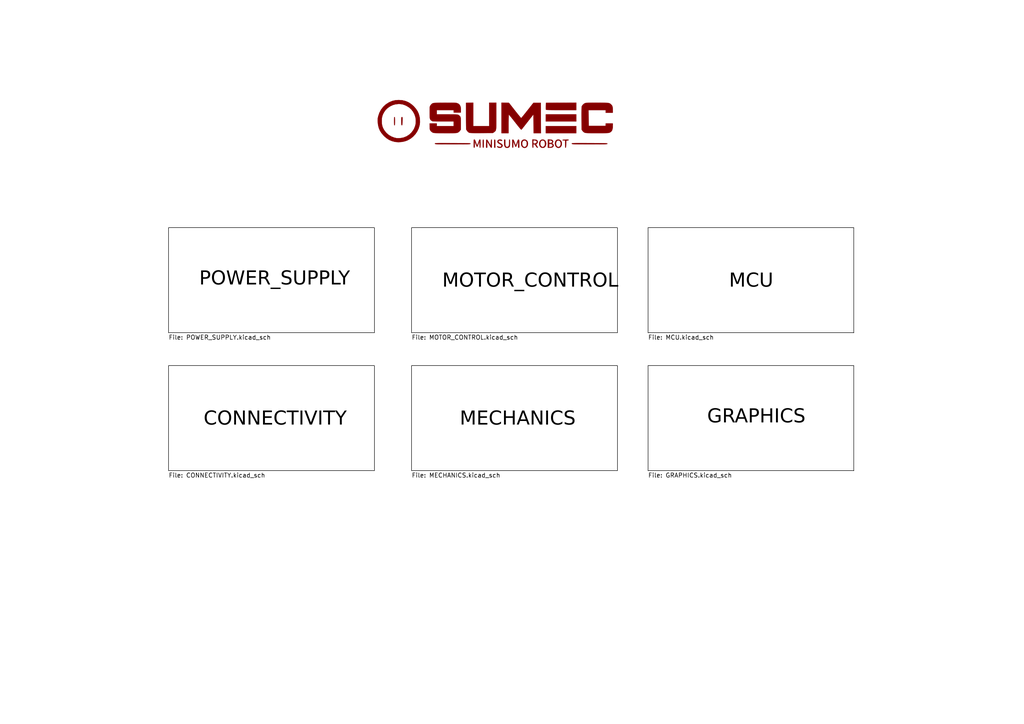
<source format=kicad_sch>
(kicad_sch (version 20231120) (generator "eeschema") (generator_version "8.0")
  (paper "A4")
  (title_block (title "SUMEC_MK_IV") (date "2024-08-05") (rev "v3.0.9") (company "SPS NA PROSEKU") (comment 1 "Made in Prague, Czech Republic") (comment 2 "CONTACT: Savva Popov, savva.popov.sp@gmail.com, +420 605 570 366") (comment 3 "Made by bismarx-v1") (comment 4 "SUMEC MK IV aka SMD-V3 board"))
  (lib_symbols
    (symbol "sumec_sch_lib:LOGO SMALL" (pin_names (offset 1.016))
      (symbol "LOGO SMALL_0_0"
        (polyline (pts (xy 24.892 -0.762) (xy 24.892 0.254) (xy 20.4893 0.254) (xy 16.0867 0.254) (xy 16.0867 -0.762) (xy 16.0867 -1.778) (xy 20.4893 -1.778) (xy 24.892 -1.778) (xy 24.892 -0.762)) (stroke (width 0.01)) (fill (type outline)))
        (polyline (pts (xy 24.892 2.6246) (xy 24.892 3.6406) (xy 20.4893 3.6406) (xy 16.0867 3.6406) (xy 16.0867 2.6246) (xy 16.0867 1.6086) (xy 20.4893 1.6086) (xy 24.892 1.6086) (xy 24.892 2.6246)) (stroke (width 0.01)) (fill (type outline)))
        (polyline (pts (xy 24.892 5.9697) (xy 24.892 7.0288) (xy 20.5105 7.0069) (xy 16.129 6.985) (xy 16.1048 6.0591) (xy 16.0992 5.7489) (xy 16.0997 5.4039) (xy 16.108 5.1483) (xy 16.1233 5.0219) (xy 16.1463 5.0024) (xy 16.2307 4.9799) (xy 16.3875 4.9612) (xy 16.6287 4.9459) (xy 16.9665 4.9339) (xy 17.4131 4.9247) (xy 17.9805 4.9181) (xy 18.6809 4.9138) (xy 19.5263 4.9114) (xy 20.529 4.9106) (xy 24.892 4.9106) (xy 24.892 5.9697)) (stroke (width 0.01)) (fill (type outline)))
        (polyline (pts (xy -27.7929 0.5106) (xy -27.7475 0.5542) (xy -27.7167 0.67) (xy -27.6979 0.8822) (xy -27.6886 1.2153) (xy -27.686 1.6933) (xy -27.6863 1.8811) (xy -27.691 2.3049) (xy -27.7034 2.5923) (xy -27.7261 2.7676) (xy -27.7618 2.8549) (xy -27.813 2.8786) (xy -27.8331 2.876) (xy -27.8785 2.8325) (xy -27.9093 2.7167) (xy -27.9281 2.5044) (xy -27.9375 2.1714) (xy -27.94 1.6933) (xy -27.9397 1.5055) (xy -27.9351 1.0817) (xy -27.9227 0.7943) (xy -27.8999 0.6191) (xy -27.8642 0.5317) (xy -27.813 0.508) (xy -27.7929 0.5106)) (stroke (width 0.01)) (fill (type outline)))
        (polyline (pts (xy -2.0542 -6.0087) (xy -2.0088 -5.9652) (xy -1.978 -5.8494) (xy -1.9593 -5.6371) (xy -1.9499 -5.3041) (xy -1.9473 -4.826) (xy -1.9476 -4.6382) (xy -1.9523 -4.2144) (xy -1.9647 -3.927) (xy -1.9874 -3.7518) (xy -2.0231 -3.6644) (xy -2.0743 -3.6407) (xy -2.0945 -3.6433) (xy -2.1399 -3.6869) (xy -2.1707 -3.8027) (xy -2.1894 -4.0149) (xy -2.1988 -4.348) (xy -2.2013 -4.826) (xy -2.2011 -5.0138) (xy -2.1964 -5.4376) (xy -2.184 -5.725) (xy -2.1613 -5.9003) (xy -2.1256 -5.9876) (xy -2.0743 -6.0114) (xy -2.0542 -6.0087)) (stroke (width 0.01)) (fill (type outline)))
        (polyline (pts (xy -25.6355 0.5376) (xy -25.5867 0.5925) (xy -25.553 0.7115) (xy -25.5303 0.9207) (xy -25.5151 1.2466) (xy -25.5035 1.7155) (xy -25.5016 1.8092) (xy -25.4945 2.2456) (xy -25.4958 2.5436) (xy -25.5088 2.7297) (xy -25.5368 2.83) (xy -25.5833 2.8709) (xy -25.6516 2.8786) (xy -25.6681 2.8784) (xy -25.7311 2.8651) (xy -25.7743 2.8123) (xy -25.8014 2.6941) (xy -25.8161 2.4844) (xy -25.8222 2.1575) (xy -25.8233 1.6871) (xy -25.822 1.2475) (xy -25.8156 0.9099) (xy -25.8009 0.6938) (xy -25.7747 0.574) (xy -25.7338 0.5258) (xy -25.6752 0.524) (xy -25.6355 0.5376)) (stroke (width 0.01)) (fill (type outline)))
        (polyline (pts (xy 1.2862 -6.0112) (xy 1.3504 -5.9995) (xy 1.3934 -5.95) (xy 1.4186 -5.8364) (xy 1.4292 -5.6325) (xy 1.4288 -5.3118) (xy 1.4205 -4.8482) (xy 1.4135 -4.5376) (xy 1.4001 -4.161) (xy 1.3807 -3.9109) (xy 1.3515 -3.7611) (xy 1.3088 -3.6851) (xy 1.2488 -3.6567) (xy 1.1941 -3.657) (xy 1.152 -3.7006) (xy 1.1248 -3.8138) (xy 1.1092 -4.0214) (xy 1.1023 -4.3484) (xy 1.1007 -4.8198) (xy 1.1007 -4.9338) (xy 1.1026 -5.3713) (xy 1.1102 -5.671) (xy 1.1273 -5.8588) (xy 1.1575 -5.9609) (xy 1.2046 -6.0031) (xy 1.2724 -6.0114) (xy 1.2862 -6.0112)) (stroke (width 0.01)) (fill (type outline)))
        (polyline (pts (xy 21.8443 -5.9928) (xy 21.8856 -5.9052) (xy 21.9141 -5.7228) (xy 21.9335 -5.4207) (xy 21.9472 -4.9742) (xy 21.971 -3.937) (xy 22.3308 -3.911) (xy 22.406 -3.9042) (xy 22.622 -3.8529) (xy 22.6907 -3.7599) (xy 22.6849 -3.7291) (xy 22.627 -3.6834) (xy 22.4837 -3.6587) (xy 22.2272 -3.6516) (xy 21.8297 -3.6589) (xy 21.6455 -3.6652) (xy 21.2574 -3.6915) (xy 21.0236 -3.7322) (xy 20.9336 -3.7889) (xy 20.9336 -3.8261) (xy 21.0346 -3.8783) (xy 21.2866 -3.8947) (xy 21.6747 -3.8947) (xy 21.6747 -4.953) (xy 21.6774 -5.3831) (xy 21.6883 -5.6956) (xy 21.7103 -5.8877) (xy 21.7462 -5.9846) (xy 21.799 -6.0114) (xy 21.8443 -5.9928)) (stroke (width 0.01)) (fill (type outline)))
        (polyline (pts (xy 19.8508 -6.0679) (xy 20.1137 -5.9722) (xy 20.3718 -5.7941) (xy 20.5837 -5.4864) (xy 20.7055 -5.1041) (xy 20.7242 -4.6901) (xy 20.6266 -4.2872) (xy 20.552 -4.139) (xy 20.3035 -3.853) (xy 19.9923 -3.6832) (xy 19.6539 -3.6311) (xy 19.3236 -3.6987) (xy 19.037 -3.8875) (xy 18.8294 -4.1994) (xy 18.7352 -4.5194) (xy 18.7256 -4.743) (xy 19.0121 -4.743) (xy 19.0863 -4.3678) (xy 19.2707 -4.054) (xy 19.3739 -3.9731) (xy 19.6333 -3.8992) (xy 19.9156 -3.929) (xy 20.1485 -4.0619) (xy 20.3091 -4.3084) (xy 20.3982 -4.6603) (xy 20.3942 -5.0389) (xy 20.2983 -5.3873) (xy 20.1119 -5.6487) (xy 19.8603 -5.8086) (xy 19.6216 -5.8165) (xy 19.3598 -5.6681) (xy 19.1823 -5.4671) (xy 19.045 -5.1269) (xy 19.0121 -4.743) (xy 18.7256 -4.743) (xy 18.7164 -4.9587) (xy 18.8121 -5.3699) (xy 19.0116 -5.7129) (xy 19.304 -5.9477) (xy 19.4409 -6.0133) (xy 19.6544 -6.0824) (xy 19.8508 -6.0679)) (stroke (width 0.01)) (fill (type outline)))
        (polyline (pts (xy 10.0236 -6.0697) (xy 10.2841 -5.9757) (xy 10.4231 -5.8989) (xy 10.6719 -5.6361) (xy 10.8344 -5.2757) (xy 10.8961 -4.8577) (xy 10.8426 -4.4223) (xy 10.7056 -4.1081) (xy 10.46 -3.8397) (xy 10.154 -3.6793) (xy 9.8217 -3.6309) (xy 9.4972 -3.6986) (xy 9.2146 -3.8868) (xy 9.008 -4.1994) (xy 8.9138 -4.5194) (xy 8.9048 -4.7307) (xy 9.1835 -4.7307) (xy 9.2399 -4.4159) (xy 9.3724 -4.149) (xy 9.5821 -3.9639) (xy 9.8698 -3.8947) (xy 9.9512 -3.8983) (xy 10.2539 -3.9997) (xy 10.4597 -4.2332) (xy 10.5635 -4.59) (xy 10.5598 -5.0611) (xy 10.5507 -5.1307) (xy 10.4634 -5.4329) (xy 10.2906 -5.6487) (xy 10.2744 -5.6623) (xy 10.0812 -5.7879) (xy 9.9224 -5.8363) (xy 9.7018 -5.7896) (xy 9.4625 -5.6229) (xy 9.2958 -5.3682) (xy 9.2025 -5.0595) (xy 9.1835 -4.7307) (xy 8.9048 -4.7307) (xy 8.895 -4.9587) (xy 8.9908 -5.3699) (xy 9.1903 -5.7129) (xy 9.4827 -5.9477) (xy 9.609 -6.0085) (xy 9.8269 -6.0816) (xy 10.0236 -6.0697)) (stroke (width 0.01)) (fill (type outline)))
        (polyline (pts (xy 15.3672 -6.0448) (xy 15.6848 -5.9029) (xy 15.9399 -5.6405) (xy 16.1097 -5.2753) (xy 16.1713 -4.8254) (xy 16.1649 -4.6815) (xy 16.0608 -4.2609) (xy 15.8446 -3.9318) (xy 15.5362 -3.7173) (xy 15.1553 -3.6407) (xy 14.8789 -3.6747) (xy 14.5453 -3.8468) (xy 14.3019 -4.162) (xy 14.1744 -4.5244) (xy 14.1534 -4.8439) (xy 14.478 -4.8439) (xy 14.5112 -4.4454) (xy 14.6306 -4.1334) (xy 14.8431 -3.9528) (xy 15.1553 -3.8947) (xy 15.4397 -3.9412) (xy 15.6623 -4.1085) (xy 15.7912 -4.4064) (xy 15.8327 -4.8439) (xy 15.83 -5.0254) (xy 15.8026 -5.2619) (xy 15.7282 -5.43) (xy 15.5852 -5.5945) (xy 15.5347 -5.6416) (xy 15.3294 -5.7845) (xy 15.1553 -5.842) (xy 15.1161 -5.8375) (xy 14.926 -5.7527) (xy 14.7255 -5.5945) (xy 14.6375 -5.5011) (xy 14.5346 -5.3427) (xy 14.4886 -5.1453) (xy 14.478 -4.8439) (xy 14.1534 -4.8439) (xy 14.146 -4.9567) (xy 14.2359 -5.3653) (xy 14.4344 -5.7101) (xy 14.732 -5.9512) (xy 15.0097 -6.0485) (xy 15.3672 -6.0448)) (stroke (width 0.01)) (fill (type outline)))
        (polyline (pts (xy -3.4592 -1.759) (xy -2.5757 -1.755) (xy 0.733 -1.7357) (xy 1.0511 -1.493) (xy 1.1577 -1.4127) (xy 1.2861 -1.3125) (xy 1.3922 -1.2129) (xy 1.4781 -1.0982) (xy 1.5458 -0.9532) (xy 1.5977 -0.7623) (xy 1.6357 -0.5102) (xy 1.662 -0.1814) (xy 1.6788 0.2396) (xy 1.6881 0.7682) (xy 1.6922 1.4198) (xy 1.6931 2.2099) (xy 1.693 3.1538) (xy 1.6933 7.0273) (xy 0.6773 7.0273) (xy -0.3387 7.0273) (xy -0.3387 3.6406) (xy -0.3387 0.254) (xy -2.667 0.254) (xy -4.9953 0.254) (xy -4.9953 3.6433) (xy -4.9953 7.0325) (xy -6.0325 7.0088) (xy -7.0697 6.985) (xy -7.0697 3.2596) (xy -7.0691 2.7413) (xy -7.0658 1.983) (xy -7.0601 1.2829) (xy -7.0522 0.6595) (xy -7.0425 0.1312) (xy -7.0311 -0.2833) (xy -7.0185 -0.5655) (xy -7.005 -0.697) (xy -6.892 -0.936) (xy -6.6718 -1.228) (xy -6.4035 -1.4895) (xy -6.1399 -1.6615) (xy -6.1326 -1.6646) (xy -6.0245 -1.6939) (xy -5.8495 -1.7173) (xy -5.5931 -1.7351) (xy -5.2404 -1.7478) (xy -4.777 -1.7558) (xy -4.1881 -1.7594) (xy -3.4592 -1.759)) (stroke (width 0.01)) (fill (type outline)))
        (polyline (pts (xy 3.0887 -5.9946) (xy 3.3655 -5.7978) (xy 3.4325 -5.7126) (xy 3.5456 -5.4386) (xy 3.4903 -5.1782) (xy 3.2666 -4.9311) (xy 2.8741 -4.6969) (xy 2.8571 -4.6887) (xy 2.5415 -4.5189) (xy 2.3689 -4.372) (xy 2.3207 -4.2237) (xy 2.3783 -4.0497) (xy 2.424 -3.981) (xy 2.5525 -3.9105) (xy 2.7802 -3.9151) (xy 2.8061 -3.9184) (xy 3.0552 -3.963) (xy 3.2385 -4.017) (xy 3.3439 -4.0391) (xy 3.3867 -3.9491) (xy 3.3625 -3.8549) (xy 3.2188 -3.727) (xy 2.9863 -3.655) (xy 2.7122 -3.6439) (xy 2.4437 -3.6988) (xy 2.2279 -3.8248) (xy 2.1552 -3.9022) (xy 2.0283 -4.1638) (xy 2.0577 -4.4278) (xy 2.2361 -4.6708) (xy 2.556 -4.8691) (xy 2.7211 -4.9443) (xy 3.0124 -5.1142) (xy 3.17 -5.2843) (xy 3.2173 -5.4762) (xy 3.1785 -5.6212) (xy 3.019 -5.7602) (xy 2.7771 -5.8118) (xy 2.4977 -5.7584) (xy 2.2242 -5.6553) (xy 2.0492 -5.6077) (xy 1.9675 -5.6225) (xy 1.9473 -5.6961) (xy 1.9548 -5.7269) (xy 2.065 -5.8455) (xy 2.2648 -5.9596) (xy 2.3458 -5.9912) (xy 2.7359 -6.0609) (xy 3.0887 -5.9946)) (stroke (width 0.01)) (fill (type outline)))
        (polyline (pts (xy -1.0433 -6.0094) (xy -0.9819 -5.9852) (xy -0.9461 -5.9091) (xy -0.931 -5.7518) (xy -0.9321 -5.4841) (xy -0.9446 -5.0765) (xy -0.9465 -5.0228) (xy -0.9584 -4.6495) (xy -0.9557 -4.4058) (xy -0.9269 -4.2943) (xy -0.86 -4.318) (xy -0.7433 -4.4796) (xy -0.5652 -4.7821) (xy -0.3137 -5.2282) (xy -0.2733 -5.2994) (xy -0.0315 -5.6947) (xy 0.1514 -5.9321) (xy 0.2752 -6.0113) (xy 0.3255 -6.002) (xy 0.3692 -5.9517) (xy 0.3977 -5.8346) (xy 0.4141 -5.625) (xy 0.4215 -5.2974) (xy 0.4233 -4.826) (xy 0.4231 -4.6774) (xy 0.4188 -4.2404) (xy 0.4067 -3.9422) (xy 0.3844 -3.7587) (xy 0.3494 -3.6662) (xy 0.2991 -3.6407) (xy 0.2672 -3.6485) (xy 0.2198 -3.7172) (xy 0.1874 -3.8781) (xy 0.1658 -4.157) (xy 0.1509 -4.5794) (xy 0.127 -5.5182) (xy -0.4107 -4.5748) (xy -0.5047 -4.411) (xy -0.7482 -4.0054) (xy -0.9305 -3.7508) (xy -1.0608 -3.6501) (xy -1.1487 -3.7065) (xy -1.2034 -3.9229) (xy -1.2345 -4.3025) (xy -1.2512 -4.8482) (xy -1.2542 -4.9974) (xy -1.2608 -5.417) (xy -1.2589 -5.7012) (xy -1.2447 -5.8764) (xy -1.2149 -5.969) (xy -1.1657 -6.0051) (xy -1.0937 -6.0114) (xy -1.0433 -6.0094)) (stroke (width 0.01)) (fill (type outline)))
        (polyline (pts (xy 5.2164 -5.9881) (xy 5.4822 -5.7978) (xy 5.5062 -5.7695) (xy 5.5816 -5.6591) (xy 5.6301 -5.5241) (xy 5.6576 -5.3283) (xy 5.6699 -5.0355) (xy 5.6727 -4.6096) (xy 5.6707 -4.2692) (xy 5.6606 -3.9546) (xy 5.6387 -3.7626) (xy 5.6015 -3.6668) (xy 5.5457 -3.6407) (xy 5.5116 -3.648) (xy 5.4651 -3.7111) (xy 5.4367 -3.8615) (xy 5.4225 -4.1266) (xy 5.4187 -4.5335) (xy 5.4185 -4.6573) (xy 5.4141 -5.0203) (xy 5.3977 -5.2623) (xy 5.3619 -5.4213) (xy 5.2994 -5.5353) (xy 5.2027 -5.6423) (xy 5.1425 -5.6994) (xy 4.9584 -5.8096) (xy 4.7582 -5.8032) (xy 4.6729 -5.7794) (xy 4.5183 -5.7017) (xy 4.4156 -5.5689) (xy 4.3547 -5.3527) (xy 4.3255 -5.0245) (xy 4.318 -4.5558) (xy 4.3178 -4.4046) (xy 4.3139 -4.0509) (xy 4.3004 -3.8271) (xy 4.2721 -3.7039) (xy 4.2233 -3.6516) (xy 4.1487 -3.6407) (xy 4.1463 -3.6407) (xy 4.0692 -3.6533) (xy 4.0203 -3.7111) (xy 3.9933 -3.8452) (xy 3.9818 -4.0866) (xy 3.9794 -4.4662) (xy 3.9817 -4.6601) (xy 4.0206 -5.1746) (xy 4.113 -5.5538) (xy 4.2663 -5.8191) (xy 4.4873 -5.9919) (xy 4.5581 -6.0232) (xy 4.8847 -6.0678) (xy 5.2164 -5.9881)) (stroke (width 0.01)) (fill (type outline)))
        (polyline (pts (xy 17.5898 -5.996) (xy 17.9282 -5.9259) (xy 18.1537 -5.7888) (xy 18.2941 -5.5732) (xy 18.3087 -5.5347) (xy 18.3372 -5.2476) (xy 18.238 -4.9988) (xy 18.0298 -4.841) (xy 17.855 -4.7764) (xy 18.0291 -4.6187) (xy 18.0573 -4.5911) (xy 18.184 -4.3494) (xy 18.1742 -4.0801) (xy 18.0278 -3.8467) (xy 17.9086 -3.7691) (xy 17.6536 -3.695) (xy 17.2658 -3.6547) (xy 16.6793 -3.6216) (xy 16.6793 -4.6567) (xy 17.018 -4.6567) (xy 17.018 -4.2757) (xy 17.018 -3.8947) (xy 17.3506 -3.8947) (xy 17.4797 -3.9023) (xy 17.7475 -3.9835) (xy 17.9061 -4.132) (xy 17.9356 -4.321) (xy 17.8163 -4.5236) (xy 17.8031 -4.5356) (xy 17.6126 -4.6223) (xy 17.3506 -4.6567) (xy 17.018 -4.6567) (xy 16.6793 -4.6567) (xy 16.6793 -4.8165) (xy 16.6793 -5.865) (xy 17.018 -5.865) (xy 17.018 -5.3879) (xy 17.018 -4.9107) (xy 17.3622 -4.9107) (xy 17.4727 -4.9132) (xy 17.7933 -4.9689) (xy 17.976 -5.104) (xy 18.034 -5.3266) (xy 18.0043 -5.5124) (xy 17.9196 -5.6622) (xy 17.8719 -5.6909) (xy 17.6729 -5.7591) (xy 17.4116 -5.8111) (xy 17.018 -5.865) (xy 16.6793 -5.865) (xy 16.6793 -6.0114) (xy 17.2257 -6.0114) (xy 17.5898 -5.996)) (stroke (width 0.01)) (fill (type outline)))
        (polyline (pts (xy -10.1002 -4.9952) (xy -9.154 -4.9946) (xy -8.3555 -4.9929) (xy -7.6924 -4.99) (xy -7.1521 -4.9855) (xy -6.7225 -4.979) (xy -6.3911 -4.97) (xy -6.1456 -4.9584) (xy -5.9736 -4.9437) (xy -5.8627 -4.9256) (xy -5.8007 -4.9037) (xy -5.775 -4.8777) (xy -5.7735 -4.8472) (xy -5.7801 -4.8276) (xy -5.8074 -4.7997) (xy -5.8662 -4.776) (xy -5.9691 -4.756) (xy -6.1286 -4.7394) (xy -6.3571 -4.7257) (xy -6.6673 -4.7145) (xy -7.0717 -4.7055) (xy -7.5827 -4.6981) (xy -8.213 -4.692) (xy -8.975 -4.6867) (xy -9.8813 -4.6819) (xy -10.9443 -4.6772) (xy -11.3733 -4.6754) (xy -12.3716 -4.6714) (xy -13.2179 -4.6686) (xy -13.9249 -4.6675) (xy -14.5049 -4.6684) (xy -14.9707 -4.6716) (xy -15.3347 -4.6775) (xy -15.6095 -4.6865) (xy -15.8075 -4.699) (xy -15.9415 -4.7152) (xy -16.0238 -4.7356) (xy -16.0671 -4.7605) (xy -16.0839 -4.7903) (xy -16.0867 -4.8254) (xy -16.0864 -4.8402) (xy -16.0793 -4.873) (xy -16.0529 -4.9008) (xy -15.9948 -4.9241) (xy -15.8924 -4.9432) (xy -15.7332 -4.9585) (xy -15.5048 -4.9705) (xy -15.1947 -4.9796) (xy -14.7902 -4.9861) (xy -14.2789 -4.9905) (xy -13.6484 -4.9933) (xy -12.886 -4.9947) (xy -11.9793 -4.9953) (xy -10.9158 -4.9954) (xy -10.1002 -4.9952)) (stroke (width 0.01)) (fill (type outline)))
        (polyline (pts (xy 29.6084 -4.9952) (xy 30.5546 -4.9946) (xy 31.3531 -4.9929) (xy 32.0163 -4.99) (xy 32.5565 -4.9855) (xy 32.9862 -4.979) (xy 33.3175 -4.97) (xy 33.5631 -4.9584) (xy 33.7351 -4.9437) (xy 33.8459 -4.9256) (xy 33.908 -4.9037) (xy 33.9336 -4.8777) (xy 33.9352 -4.8472) (xy 33.9286 -4.8276) (xy 33.9013 -4.7997) (xy 33.8424 -4.776) (xy 33.7395 -4.756) (xy 33.5801 -4.7394) (xy 33.3515 -4.7257) (xy 33.0413 -4.7145) (xy 32.637 -4.7055) (xy 32.1259 -4.6981) (xy 31.4957 -4.692) (xy 30.7337 -4.6867) (xy 29.8274 -4.6819) (xy 28.7643 -4.6772) (xy 28.3353 -4.6754) (xy 27.3371 -4.6714) (xy 26.4907 -4.6686) (xy 25.7838 -4.6675) (xy 25.2037 -4.6684) (xy 24.738 -4.6716) (xy 24.374 -4.6775) (xy 24.0992 -4.6865) (xy 23.9011 -4.699) (xy 23.7672 -4.7152) (xy 23.6848 -4.7356) (xy 23.6416 -4.7605) (xy 23.6248 -4.7903) (xy 23.622 -4.8254) (xy 23.6223 -4.8402) (xy 23.6294 -4.873) (xy 23.6558 -4.9008) (xy 23.7139 -4.9241) (xy 23.8163 -4.9432) (xy 23.9754 -4.9585) (xy 24.2038 -4.9705) (xy 24.514 -4.9796) (xy 24.9185 -4.9861) (xy 25.4297 -4.9905) (xy 26.0603 -4.9933) (xy 26.8227 -4.9947) (xy 27.7293 -4.9953) (xy 28.7929 -4.9954) (xy 29.6084 -4.9952)) (stroke (width 0.01)) (fill (type outline)))
        (polyline (pts (xy 13.637 -6.0113) (xy 13.713 -5.9958) (xy 13.7222 -5.9302) (xy 13.6565 -5.7834) (xy 13.508 -5.5245) (xy 13.2197 -5.0377) (xy 13.4678 -4.841) (xy 13.5417 -4.7783) (xy 13.6797 -4.5859) (xy 13.716 -4.325) (xy 13.7135 -4.2416) (xy 13.6511 -3.983) (xy 13.489 -3.8093) (xy 13.2053 -3.7051) (xy 12.7784 -3.6547) (xy 12.192 -3.6216) (xy 12.192 -3.8947) (xy 12.446 -3.8947) (xy 12.8209 -3.8947) (xy 13.0472 -3.9175) (xy 13.305 -4.0252) (xy 13.4491 -4.1928) (xy 13.469 -4.3883) (xy 13.3544 -4.5801) (xy 13.0949 -4.7361) (xy 12.924 -4.7904) (xy 12.6639 -4.8228) (xy 12.5024 -4.7696) (xy 12.4842 -4.7294) (xy 12.4568 -4.5547) (xy 12.446 -4.3039) (xy 12.446 -3.8947) (xy 12.192 -3.8947) (xy 12.192 -4.8165) (xy 12.1923 -5.0173) (xy 12.1971 -5.4396) (xy 12.2096 -5.726) (xy 12.2323 -5.9007) (xy 12.2679 -5.9877) (xy 12.319 -6.0114) (xy 12.3363 -6.0101) (xy 12.4025 -5.9547) (xy 12.4364 -5.7945) (xy 12.446 -5.4977) (xy 12.446 -5.4227) (xy 12.4519 -5.172) (xy 12.4802 -5.0449) (xy 12.5483 -5.0037) (xy 12.6739 -5.0109) (xy 12.6986 -5.0145) (xy 12.8507 -5.0798) (xy 13.0026 -5.2393) (xy 13.1857 -5.5245) (xy 13.2886 -5.6912) (xy 13.4805 -5.9317) (xy 13.6329 -6.0114) (xy 13.637 -6.0113)) (stroke (width 0.01)) (fill (type outline)))
        (polyline (pts (xy 5.2493 0.9313) (xy 5.25 1.3141) (xy 5.2545 1.9415) (xy 5.2627 2.4997) (xy 5.274 2.9688) (xy 5.2879 3.3287) (xy 5.3038 3.5593) (xy 5.3213 3.6407) (xy 5.3616 3.6053) (xy 5.4975 3.4522) (xy 5.7152 3.1921) (xy 6.0023 2.8404) (xy 6.3461 2.4127) (xy 6.7341 1.9244) (xy 7.1536 1.3908) (xy 7.5921 0.8322) (xy 8.0003 0.3181) (xy 8.3244 -0.0816) (xy 8.5739 -0.3779) (xy 8.7583 -0.5816) (xy 8.8872 -0.7037) (xy 8.9702 -0.7552) (xy 9.0167 -0.747) (xy 9.0475 -0.7103) (xy 9.1761 -0.5502) (xy 9.388 -0.2829) (xy 9.6701 0.0748) (xy 10.0089 0.506) (xy 10.3913 0.9939) (xy 10.8039 1.5216) (xy 12.4883 3.6783) (xy 12.5107 0.9501) (xy 12.533 -1.778) (xy 13.5909 -1.778) (xy 14.6488 -1.778) (xy 14.6269 2.6035) (xy 14.605 6.985) (xy 13.538 6.985) (xy 12.4709 6.985) (xy 10.744 4.7893) (xy 10.468 4.4395) (xy 10.07 3.9391) (xy 9.7116 3.4932) (xy 9.4058 3.1175) (xy 9.1653 2.828) (xy 9.0032 2.6404) (xy 8.9323 2.5706) (xy 8.8935 2.5981) (xy 8.7585 2.7409) (xy 8.5416 2.9916) (xy 8.2554 3.3348) (xy 7.9128 3.7552) (xy 7.5266 4.2375) (xy 7.1094 4.7662) (xy 5.3711 6.985) (xy 4.2942 7.0087) (xy 3.2173 7.0324) (xy 3.2173 2.6272) (xy 3.2173 -1.778) (xy 4.2333 -1.778) (xy 5.2493 -1.778) (xy 5.2493 0.9313)) (stroke (width 0.01)) (fill (type outline)))
        (polyline (pts (xy -2.9873 -6.0096) (xy -2.9415 -5.9679) (xy -2.9103 -5.8527) (xy -2.8911 -5.6399) (xy -2.8814 -5.3056) (xy -2.8787 -4.826) (xy -2.8787 -4.8031) (xy -2.8803 -4.3399) (xy -2.8873 -4.0191) (xy -2.9032 -3.8147) (xy -2.9315 -3.7007) (xy -2.9757 -3.6514) (xy -3.0394 -3.6407) (xy -3.0993 -3.6543) (xy -3.1959 -3.7481) (xy -3.3025 -3.9535) (xy -3.4351 -4.2969) (xy -3.4607 -4.3685) (xy -3.58 -4.7017) (xy -3.6816 -4.9854) (xy -3.7459 -5.1647) (xy -3.7883 -5.2642) (xy -3.8337 -5.2998) (xy -3.8903 -5.2463) (xy -3.9693 -5.0858) (xy -4.0815 -4.8008) (xy -4.2382 -4.3735) (xy -4.3634 -4.0445) (xy -4.4759 -3.8031) (xy -4.5714 -3.677) (xy -4.6647 -3.6407) (xy -4.6685 -3.6407) (xy -4.7313 -3.6526) (xy -4.7748 -3.7042) (xy -4.8025 -3.8214) (xy -4.8179 -4.0301) (xy -4.8246 -4.3564) (xy -4.826 -4.826) (xy -4.8257 -5.0138) (xy -4.8211 -5.4376) (xy -4.8087 -5.725) (xy -4.7859 -5.9003) (xy -4.7502 -5.9876) (xy -4.699 -6.0114) (xy -4.6572 -5.9988) (xy -4.6143 -5.9249) (xy -4.5874 -5.7613) (xy -4.5729 -5.4815) (xy -4.5672 -5.0589) (xy -4.5624 -4.1064) (xy -4.261 -4.9319) (xy -4.1633 -5.1861) (xy -4.0347 -5.4811) (xy -3.9278 -5.6827) (xy -3.8588 -5.7574) (xy -3.8148 -5.7191) (xy -3.7186 -5.5508) (xy -3.5971 -5.2793) (xy -3.4666 -4.9383) (xy -3.175 -4.1193) (xy -3.1511 -5.0653) (xy -3.1436 -5.315) (xy -3.1258 -5.6581) (xy -3.099 -5.8715) (xy -3.0594 -5.9806) (xy -3.0029 -6.0114) (xy -2.9873 -6.0096)) (stroke (width 0.01)) (fill (type outline)))
        (polyline (pts (xy 8.2291 -6.0111) (xy 8.2942 -5.9989) (xy 8.3374 -5.9491) (xy 8.3624 -5.8353) (xy 8.3726 -5.6313) (xy 8.3716 -5.3107) (xy 8.3632 -4.8472) (xy 8.3628 -4.8263) (xy 8.3519 -4.3673) (xy 8.3382 -4.0498) (xy 8.3174 -3.847) (xy 8.2849 -3.732) (xy 8.2363 -3.6781) (xy 8.1673 -3.6583) (xy 8.101 -3.6608) (xy 8.0229 -3.7158) (xy 7.9402 -3.8538) (xy 7.8381 -4.101) (xy 7.7017 -4.4838) (xy 7.604 -4.7598) (xy 7.4921 -5.0568) (xy 7.4073 -5.2592) (xy 7.3629 -5.334) (xy 7.334 -5.2931) (xy 7.256 -5.1226) (xy 7.1462 -4.8499) (xy 7.0183 -4.5085) (xy 6.9653 -4.364) (xy 6.8314 -4.0249) (xy 6.7253 -3.8119) (xy 6.6315 -3.698) (xy 6.5345 -3.656) (xy 6.5015 -3.6516) (xy 6.4384 -3.6564) (xy 6.3958 -3.7032) (xy 6.3697 -3.8175) (xy 6.3561 -4.0248) (xy 6.3508 -4.3505) (xy 6.35 -4.8201) (xy 6.3503 -5.016) (xy 6.355 -5.4389) (xy 6.3675 -5.7256) (xy 6.3902 -5.9005) (xy 6.4259 -5.9877) (xy 6.477 -6.0114) (xy 6.5241 -5.9941) (xy 6.5644 -5.9124) (xy 6.5896 -5.7396) (xy 6.6031 -5.4497) (xy 6.6084 -5.0165) (xy 6.6128 -4.0217) (xy 6.9084 -4.8255) (xy 6.9946 -5.0539) (xy 7.1214 -5.3693) (xy 7.2248 -5.6021) (xy 7.2885 -5.7138) (xy 7.3117 -5.7339) (xy 7.3718 -5.7458) (xy 7.4382 -5.68) (xy 7.5225 -5.5157) (xy 7.6363 -5.2321) (xy 7.791 -4.8084) (xy 7.8572 -4.6252) (xy 7.9642 -4.3368) (xy 8.0419 -4.138) (xy 8.0769 -4.064) (xy 8.0815 -4.1344) (xy 8.08 -4.3423) (xy 8.0724 -4.6545) (xy 8.0593 -5.0377) (xy 8.0474 -5.3627) (xy 8.0408 -5.6729) (xy 8.049 -5.8641) (xy 8.0761 -5.9651) (xy 8.1265 -6.0046) (xy 8.2044 -6.0114) (xy 8.2291 -6.0111)) (stroke (width 0.01)) (fill (type outline)))
        (polyline (pts (xy 31.6452 -1.774) (xy 32.3625 -1.7722) (xy 32.9419 -1.7683) (xy 33.4006 -1.7615) (xy 33.7559 -1.7511) (xy 34.025 -1.7363) (xy 34.2254 -1.7165) (xy 34.3742 -1.6907) (xy 34.4888 -1.6584) (xy 34.5863 -1.6188) (xy 34.9073 -1.4335) (xy 35.1734 -1.1658) (xy 35.349 -0.8122) (xy 35.4457 -0.3481) (xy 35.4753 0.2513) (xy 35.4753 1.016) (xy 34.4642 1.016) (xy 33.4531 1.016) (xy 33.427 0.6561) (xy 33.401 0.2963) (xy 30.9457 0.2963) (xy 28.4903 0.2963) (xy 28.4678 2.6035) (xy 28.4453 4.9107) (xy 30.9443 4.9106) (xy 33.4433 4.9106) (xy 33.4433 4.5296) (xy 33.4433 4.1486) (xy 34.4593 4.1486) (xy 35.4753 4.1486) (xy 35.4753 4.9557) (xy 35.4753 4.9792) (xy 35.4601 5.4299) (xy 35.4203 5.7969) (xy 35.3604 6.0378) (xy 35.3386 6.0862) (xy 35.1087 6.4228) (xy 34.787 6.7196) (xy 34.4384 6.9145) (xy 34.4079 6.9228) (xy 34.2025 6.9488) (xy 33.8583 6.9712) (xy 33.399 6.9898) (xy 32.8482 7.0046) (xy 32.2296 7.0156) (xy 31.5668 7.0226) (xy 30.8833 7.0257) (xy 30.2029 7.0248) (xy 29.5493 7.0197) (xy 28.9459 7.0106) (xy 28.4164 6.9972) (xy 27.9846 6.9796) (xy 27.6739 6.9577) (xy 27.5081 6.9314) (xy 27.2146 6.781) (xy 26.9028 6.5259) (xy 26.6447 6.2242) (xy 26.4932 5.9282) (xy 26.4875 5.9041) (xy 26.4646 5.6941) (xy 26.447 5.3258) (xy 26.4348 4.8082) (xy 26.4282 4.1502) (xy 26.4272 3.3608) (xy 26.4322 2.449) (xy 26.4583 -0.7323) (xy 26.6967 -1.0925) (xy 26.9337 -1.371) (xy 27.2894 -1.6135) (xy 27.385 -1.6528) (xy 27.4976 -1.6865) (xy 27.6403 -1.7133) (xy 27.8306 -1.7341) (xy 28.0859 -1.7496) (xy 28.4236 -1.7605) (xy 28.861 -1.7677) (xy 29.4155 -1.7719) (xy 30.1046 -1.7738) (xy 30.9457 -1.7743) (xy 31.6452 -1.774)) (stroke (width 0.01)) (fill (type outline)))
        (polyline (pts (xy -25.81 -4.3389) (xy -24.9594 -4.1801) (xy -24.1769 -3.9211) (xy -24.0688 -3.8743) (xy -23.2148 -3.4069) (xy -22.4547 -2.8149) (xy -21.7992 -2.1165) (xy -21.2591 -1.3299) (xy -20.8453 -0.4733) (xy -20.5684 0.4352) (xy -20.4392 1.3774) (xy -20.4686 2.335) (xy -20.5659 2.9603) (xy -20.7979 3.8081) (xy -21.1477 4.5769) (xy -21.632 5.3007) (xy -22.2673 6.0136) (xy -22.8916 6.5708) (xy -23.7102 7.1141) (xy -24.5872 7.4996) (xy -25.5293 7.73) (xy -26.543 7.8081) (xy -26.7382 7.8064) (xy -27.5889 7.7371) (xy -28.3734 7.5564) (xy -29.1524 7.2517) (xy -29.5748 7.0348) (xy -30.4048 6.4737) (xy -31.1243 5.7905) (xy -31.7236 4.9972) (xy -32.1933 4.1055) (xy -32.5235 3.1271) (xy -32.5617 2.9711) (xy -32.6303 2.6284) (xy -32.666 2.2998) (xy -32.6736 1.9244) (xy -32.6688 1.778) (xy -31.5314 1.778) (xy -31.5274 1.9993) (xy -31.475 2.6502) (xy -31.3493 3.2205) (xy -31.1328 3.7724) (xy -30.8083 4.3681) (xy -30.3792 4.9565) (xy -29.774 5.5386) (xy -29.0677 6.0177) (xy -28.2872 6.3787) (xy -27.4592 6.6069) (xy -26.6107 6.6874) (xy -26.1503 6.6728) (xy -25.5745 6.5927) (xy -25.0112 6.4286) (xy -24.3926 6.1645) (xy -24.3205 6.1293) (xy -23.5771 5.6697) (xy -22.9417 5.0964) (xy -22.4211 4.4292) (xy -22.0223 3.6879) (xy -21.7522 2.8924) (xy -21.6177 2.0626) (xy -21.6256 1.2184) (xy -21.783 0.3795) (xy -22.0967 -0.4341) (xy -22.3646 -0.9153) (xy -22.919 -1.6525) (xy -23.5826 -2.2612) (xy -24.3514 -2.7382) (xy -25.2216 -3.0799) (xy -25.5377 -3.1522) (xy -25.9787 -3.2163) (xy -26.4493 -3.2573) (xy -26.8848 -3.2697) (xy -27.2203 -3.2481) (xy -27.8483 -3.1125) (xy -28.702 -2.791) (xy -29.4801 -2.332) (xy -30.1619 -1.7483) (xy -30.7269 -1.0528) (xy -30.9205 -0.7477) (xy -31.2138 -0.1758) (xy -31.4037 0.4019) (xy -31.5048 1.0362) (xy -31.5314 1.778) (xy -32.6688 1.778) (xy -32.6578 1.4415) (xy -32.5776 0.6217) (xy -32.3707 -0.2585) (xy -32.031 -1.0617) (xy -31.5465 -1.8159) (xy -30.9049 -2.5485) (xy -30.7688 -2.6833) (xy -30.0989 -3.2625) (xy -29.4117 -3.7049) (xy -28.6642 -4.0346) (xy -27.813 -4.2757) (xy -27.4945 -4.3343) (xy -26.6734 -4.3921) (xy -25.81 -4.3389)) (stroke (width 0.01)) (fill (type outline)))
        (polyline (pts (xy -11.9423 -1.7761) (xy -11.3178 -1.7742) (xy -10.8202 -1.7698) (xy -10.432 -1.7621) (xy -10.1356 -1.7502) (xy -9.9136 -1.7333) (xy -9.7485 -1.7105) (xy -9.6227 -1.681) (xy -9.5187 -1.6439) (xy -9.4192 -1.5984) (xy -9.1053 -1.3892) (xy -8.8209 -1.0755) (xy -8.5937 -0.7323) (xy -8.5937 1.0245) (xy -8.5937 1.1807) (xy -8.5965 1.7788) (xy -8.6082 2.2378) (xy -8.6353 2.5823) (xy -8.6843 2.8369) (xy -8.7616 3.0264) (xy -8.8737 3.1753) (xy -9.0269 3.3083) (xy -9.2278 3.4501) (xy -9.2496 3.4649) (xy -9.3257 3.5121) (xy -9.4106 3.55) (xy -9.5219 3.5797) (xy -9.6776 3.602) (xy -9.8956 3.6181) (xy -10.1935 3.6289) (xy -10.5894 3.6356) (xy -11.1011 3.6391) (xy -11.7464 3.6404) (xy -12.5432 3.6406) (xy -15.5787 3.6406) (xy -15.5787 4.2756) (xy -15.5787 4.9106) (xy -13.1282 4.9106) (xy -10.6778 4.9106) (xy -10.6517 4.5508) (xy -10.6257 4.191) (xy -9.6097 4.191) (xy -8.5937 4.191) (xy -8.5688 4.9098) (xy -8.5821 5.422) (xy -8.6989 5.9854) (xy -8.9296 6.4253) (xy -9.2754 6.7437) (xy -9.7374 6.9428) (xy -9.9119 6.9683) (xy -10.2637 6.9899) (xy -10.7815 7.0049) (xy -11.4639 7.0132) (xy -12.3092 7.0149) (xy -13.3157 7.0099) (xy -13.8834 7.0055) (xy -14.6053 6.9992) (xy -15.1868 6.9923) (xy -15.6453 6.9839) (xy -15.9982 6.9726) (xy -16.2629 6.9576) (xy -16.4567 6.9377) (xy -16.5969 6.9118) (xy -16.7011 6.8787) (xy -16.7865 6.8376) (xy -16.8706 6.7871) (xy -16.9519 6.7301) (xy -17.1994 6.4961) (xy -17.3998 6.2293) (xy -17.4393 6.1609) (xy -17.5013 6.0382) (xy -17.5462 5.9069) (xy -17.5768 5.7402) (xy -17.5957 5.5113) (xy -17.6058 5.1934) (xy -17.6097 4.7598) (xy -17.6104 4.1835) (xy -17.6085 3.6711) (xy -17.5975 3.1396) (xy -17.5712 2.7349) (xy -17.5236 2.4332) (xy -17.4485 2.2106) (xy -17.3399 2.043) (xy -17.1916 1.9066) (xy -16.9976 1.7775) (xy -16.9351 1.742) (xy -16.8468 1.7045) (xy -16.7322 1.6747) (xy -16.5737 1.6519) (xy -16.3531 1.635) (xy -16.0528 1.6233) (xy -15.6547 1.6157) (xy -15.1409 1.6114) (xy -14.4936 1.6095) (xy -13.6948 1.609) (xy -10.668 1.6086) (xy -10.668 0.9313) (xy -10.668 0.254) (xy -13.1233 0.254) (xy -15.5787 0.254) (xy -15.5787 0.635) (xy -15.5787 1.016) (xy -16.6022 1.016) (xy -17.6257 1.016) (xy -17.597 0.0989) (xy -17.5931 -0.0223) (xy -17.5763 -0.3974) (xy -17.5502 -0.6552) (xy -17.5055 -0.837) (xy -17.4332 -0.9842) (xy -17.3242 -1.138) (xy -17.2666 -1.2071) (xy -17.0078 -1.443) (xy -16.7315 -1.616) (xy -16.6456 -1.6515) (xy -16.5338 -1.6854) (xy -16.3916 -1.7124) (xy -16.2017 -1.7335) (xy -15.9467 -1.7493) (xy -15.6091 -1.7606) (xy -15.1717 -1.7681) (xy -14.617 -1.7728) (xy -13.9278 -1.7752) (xy -13.0866 -1.7762) (xy -12.7111 -1.7763) (xy -11.9423 -1.7761)) (stroke (width 0.01)) (fill (type outline)))
      )
    )
  )
  (symbol (lib_id "sumec_sch_lib:LOGO SMALL") (at 142.24 36.83 0) (unit 1)
    (property "Reference" "#G1" (effects (hide yes)))
    (property "Value" "LOGO SMALL" (effects (hide yes)))
  )
  (sheet (at 187.96 66.04) (size 59.69 30.48) (stroke (width 0.1524) (color 0 0 0 1)) (fill (color 255 255 255 1.0000))
    (property "Sheetname" "MCU" (at 211.455 83.82 0) (effects (font (size 4 4)) (justify left bottom)))
    (property "Sheetfile" "MCU.kicad_sch" (at 187.96 97.1046 0) (effects (justify left top)))
  )
  (sheet (at 119.38 66.04) (size 59.69 30.48) (stroke (width 0.1524) (color 0 0 0 1)) (fill (color 255 255 255 1.0000))
    (property "Sheetname" "MOTOR_CONTROL" (at 128.27 83.82 0) (effects (font (size 4 4)) (justify left bottom)))
    (property "Sheetfile" "MOTOR_CONTROL.kicad_sch" (at 119.38 97.1046 0) (effects (justify left top)))
  )
  (sheet (at 119.38 106.045) (size 59.69 30.48) (stroke (width 0.1524) (color 0 0 0 1)) (fill (color 255 255 255 1.0000))
    (property "Sheetname" "MECHANICS" (at 133.35 123.825 0) (effects (font (size 4 4)) (justify left bottom)))
    (property "Sheetfile" "MECHANICS.kicad_sch" (at 119.38 137.1096 0) (effects (justify left top)))
  )
  (sheet (at 48.895 106.045) (size 59.69 30.48) (stroke (width 0.1524) (color 0 0 0 1)) (fill (color 255 255 255 1.0000))
    (property "Sheetname" "CONNECTIVITY" (at 59.055 123.825 0) (effects (font (size 4 4)) (justify left bottom)))
    (property "Sheetfile" "CONNECTIVITY.kicad_sch" (at 48.895 137.1096 0) (effects (justify left top)))
  )
  (sheet (at 48.895 66.04) (size 59.69 30.48) (stroke (width 0.1524) (color 0 0 0 1)) (fill (color 255 255 255 1.0000))
    (property "Sheetname" "POWER_SUPPLY" (at 57.785 83.185 0) (effects (font (size 4 4)) (justify left bottom)))
    (property "Sheetfile" "POWER_SUPPLY.kicad_sch" (at 48.895 97.1046 0) (effects (justify left top)))
  )
  (sheet (at 187.96 106.045) (size 59.69 30.48) (stroke (width 0.1524) (color 0 0 0 1)) (fill (color 255 255 255 1.0000))
    (property "Sheetname" "GRAPHICS" (at 205.105 123.19 0) (effects (font (size 4 4)) (justify left bottom)))
    (property "Sheetfile" "GRAPHICS.kicad_sch" (at 187.96 137.1096 0) (effects (justify left top)))
  )
)
</source>
